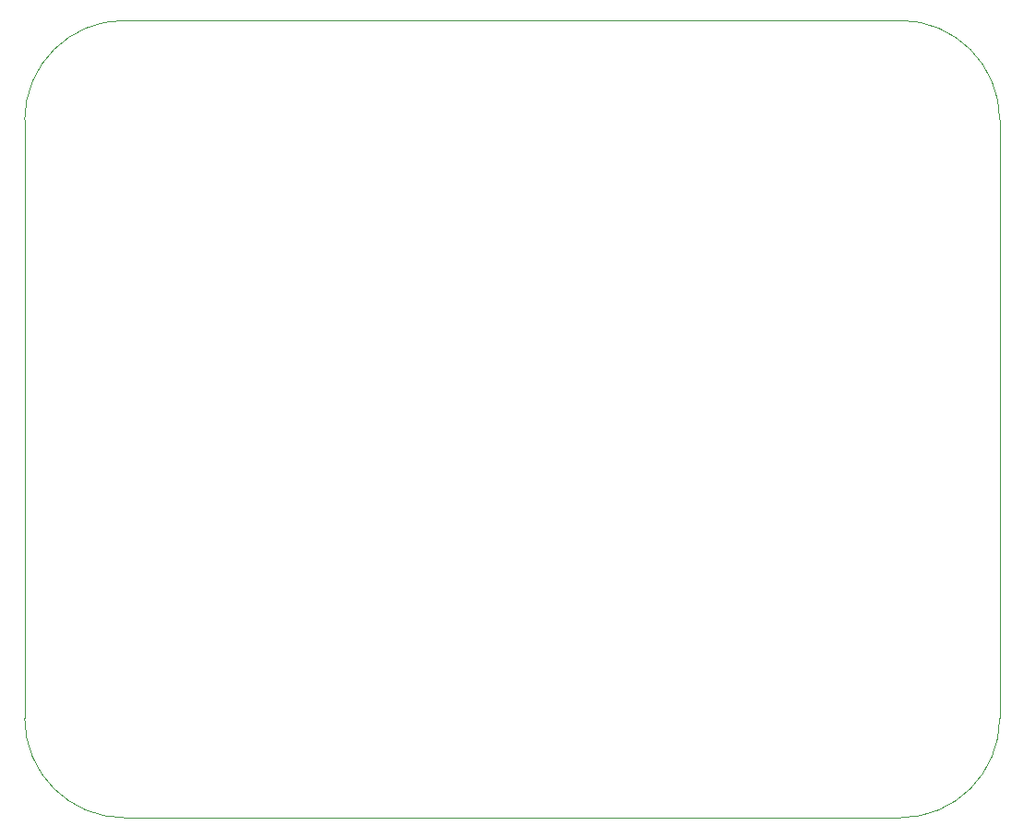
<source format=gbr>
%TF.GenerationSoftware,KiCad,Pcbnew,8.0.6*%
%TF.CreationDate,2024-12-14T18:39:01+02:00*%
%TF.ProjectId,Power_PCB,506f7765-725f-4504-9342-2e6b69636164,rev?*%
%TF.SameCoordinates,Original*%
%TF.FileFunction,Profile,NP*%
%FSLAX46Y46*%
G04 Gerber Fmt 4.6, Leading zero omitted, Abs format (unit mm)*
G04 Created by KiCad (PCBNEW 8.0.6) date 2024-12-14 18:39:01*
%MOMM*%
%LPD*%
G01*
G04 APERTURE LIST*
%TA.AperFunction,Profile*%
%ADD10C,0.050000*%
%TD*%
G04 APERTURE END LIST*
D10*
X140972000Y-47764000D02*
X140972000Y-102628000D01*
X51564000Y-102628000D02*
X51564000Y-47764000D01*
X140972000Y-102628000D02*
G75*
G02*
X131828000Y-111772000I-9144000J0D01*
G01*
X60708000Y-111772000D02*
G75*
G02*
X51564000Y-102628000I0J9144000D01*
G01*
X131828000Y-111772000D02*
X60708000Y-111772000D01*
X60708000Y-38620000D02*
X131828000Y-38620000D01*
X131828000Y-38620000D02*
G75*
G02*
X140972000Y-47764000I0J-9144000D01*
G01*
X51564000Y-47764000D02*
G75*
G02*
X60708000Y-38620000I9144000J0D01*
G01*
M02*

</source>
